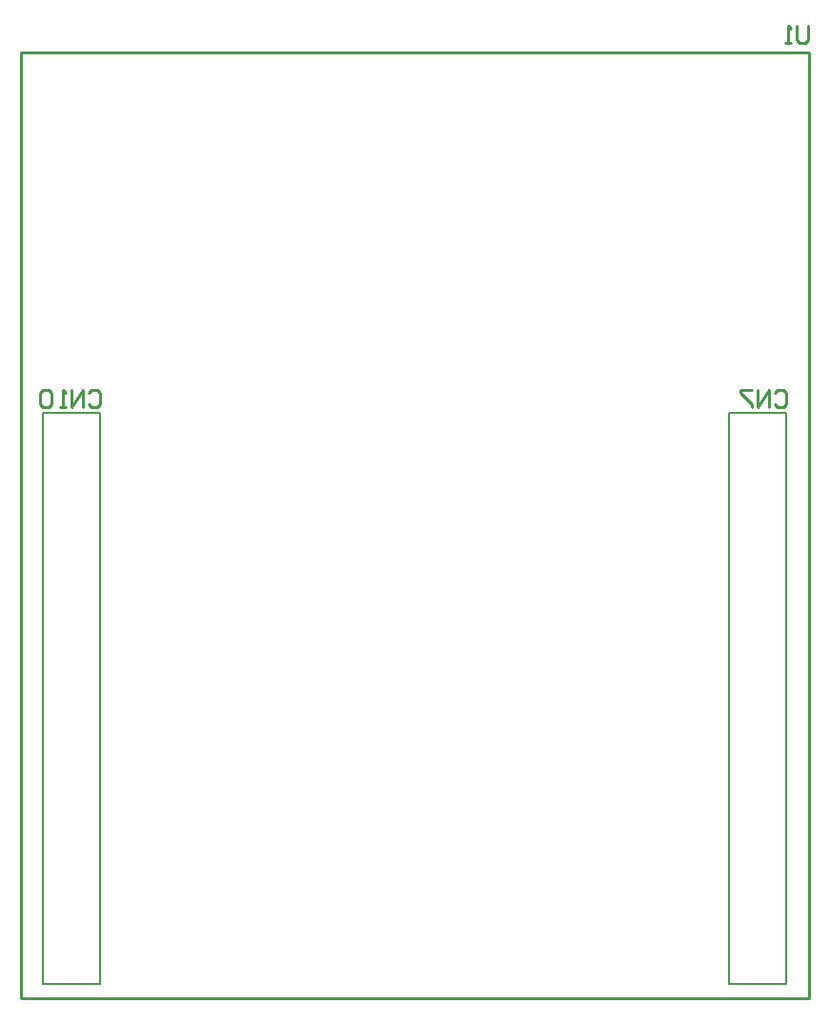
<source format=gbo>
G04*
G04 #@! TF.GenerationSoftware,Altium Limited,Altium Designer,22.3.1 (43)*
G04*
G04 Layer_Color=32896*
%FSLAX25Y25*%
%MOIN*%
G70*
G04*
G04 #@! TF.SameCoordinates,4693D6C2-E371-41B6-8F18-0127DE02636C*
G04*
G04*
G04 #@! TF.FilePolarity,Positive*
G04*
G01*
G75*
%ADD12C,0.01000*%
%ADD13C,0.00787*%
D12*
X315492Y10295D02*
Y340905D01*
X39803Y10295D02*
X315492D01*
X39803D02*
Y340905D01*
X315492D01*
X63501Y221998D02*
X64501Y222998D01*
X66500D01*
X67500Y221998D01*
Y218000D01*
X66500Y217000D01*
X64501D01*
X63501Y218000D01*
X61502Y217000D02*
Y222998D01*
X57503Y217000D01*
Y222998D01*
X55504Y217000D02*
X53505D01*
X54504D01*
Y222998D01*
X55504Y221998D01*
X50506D02*
X49506Y222998D01*
X47506D01*
X46507Y221998D01*
Y218000D01*
X47506Y217000D01*
X49506D01*
X50506Y218000D01*
Y221998D01*
X303501D02*
X304501Y222998D01*
X306500D01*
X307500Y221998D01*
Y218000D01*
X306500Y217000D01*
X304501D01*
X303501Y218000D01*
X301502Y217000D02*
Y222998D01*
X297503Y217000D01*
Y222998D01*
X295504D02*
X291505D01*
Y221998D01*
X295504Y218000D01*
Y217000D01*
X315000Y350398D02*
Y345400D01*
X314000Y344400D01*
X312001D01*
X311001Y345400D01*
Y350398D01*
X309002Y344400D02*
X307003D01*
X308002D01*
Y350398D01*
X309002Y349398D01*
D13*
X47500Y15118D02*
X67500D01*
X47500Y215000D02*
X67500D01*
X47500Y15118D02*
Y215000D01*
X67500Y15118D02*
Y215000D01*
X287500Y15118D02*
X307500D01*
X287500Y215000D02*
X307500D01*
X287500Y15118D02*
Y215000D01*
X307500Y15118D02*
Y215000D01*
M02*

</source>
